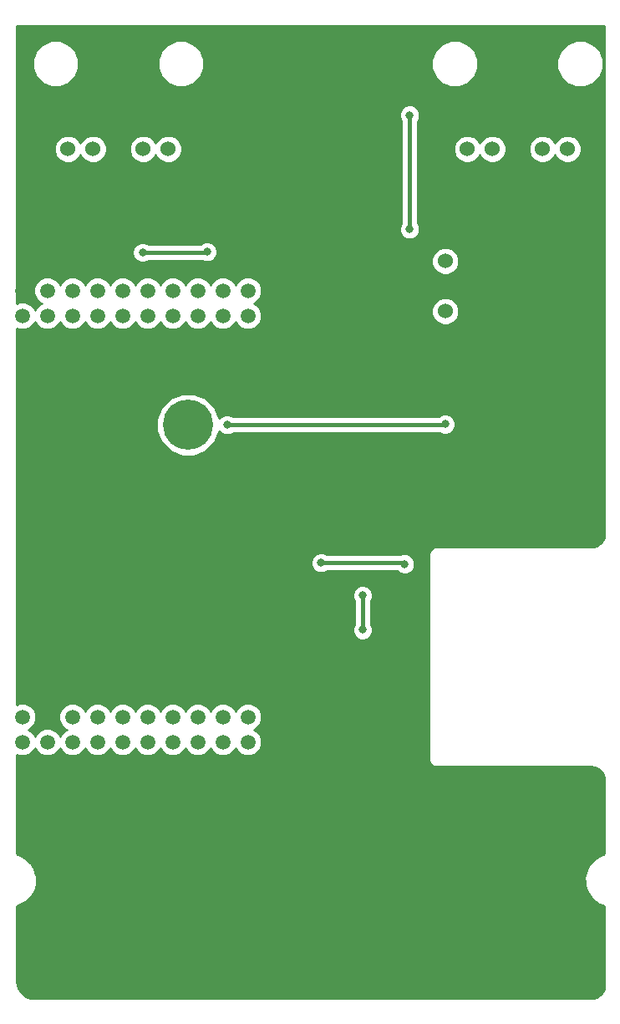
<source format=gbr>
G04 #@! TF.GenerationSoftware,KiCad,Pcbnew,(5.0.0)*
G04 #@! TF.CreationDate,2018-09-27T19:35:03-05:00*
G04 #@! TF.ProjectId,DriveBoard_Hardware,4472697665426F6172645F4861726477,rev?*
G04 #@! TF.SameCoordinates,Original*
G04 #@! TF.FileFunction,Copper,L2,Bot,Signal*
G04 #@! TF.FilePolarity,Positive*
%FSLAX46Y46*%
G04 Gerber Fmt 4.6, Leading zero omitted, Abs format (unit mm)*
G04 Created by KiCad (PCBNEW (5.0.0)) date 09/27/18 19:35:03*
%MOMM*%
%LPD*%
G01*
G04 APERTURE LIST*
G04 #@! TA.AperFunction,ComponentPad*
%ADD10C,5.080000*%
G04 #@! TD*
G04 #@! TA.AperFunction,ComponentPad*
%ADD11C,1.520000*%
G04 #@! TD*
G04 #@! TA.AperFunction,ComponentPad*
%ADD12C,1.524000*%
G04 #@! TD*
G04 #@! TA.AperFunction,ViaPad*
%ADD13C,0.800000*%
G04 #@! TD*
G04 #@! TA.AperFunction,Conductor*
%ADD14C,0.381000*%
G04 #@! TD*
G04 #@! TA.AperFunction,Conductor*
%ADD15C,0.250000*%
G04 #@! TD*
G04 #@! TA.AperFunction,Conductor*
%ADD16C,0.254000*%
G04 #@! TD*
G04 APERTURE END LIST*
D10*
G04 #@! TO.P,Conn1,1*
G04 #@! TO.N,GND*
X142519400Y-107951000D03*
G04 #@! TO.P,Conn1,2*
G04 #@! TO.N,/+12V*
X142519400Y-99950000D03*
G04 #@! TD*
D11*
G04 #@! TO.P,U1,+3V3*
G04 #@! TO.N,Net-(U1-Pad+3V3)*
X125730000Y-132080000D03*
G04 #@! TO.P,U1,PM6*
G04 #@! TO.N,Net-(U1-PadPM6)*
X148590000Y-86360000D03*
G04 #@! TO.P,U1,PQ1*
G04 #@! TO.N,Net-(U1-PadPQ1)*
X146050000Y-86360000D03*
G04 #@! TO.P,U1,PQ2*
G04 #@! TO.N,Net-(U1-PadPQ2)*
X138430000Y-86360000D03*
G04 #@! TO.P,U1,PK0*
G04 #@! TO.N,RX_2_IC*
X135890000Y-129540000D03*
G04 #@! TO.P,U1,PQ3*
G04 #@! TO.N,Net-(U1-PadPQ3)*
X140970000Y-86360000D03*
G04 #@! TO.P,U1,PP3*
G04 #@! TO.N,Net-(U1-PadPP3)*
X143510000Y-86360000D03*
G04 #@! TO.P,U1,PQ0*
G04 #@! TO.N,Net-(U1-PadPQ0)*
X140970000Y-132080000D03*
G04 #@! TO.P,U1,PA4*
G04 #@! TO.N,Net-(U1-PadPA4)*
X146050000Y-129540000D03*
G04 #@! TO.P,U1,Rese*
G04 #@! TO.N,Net-(U1-PadRese)*
X135890000Y-86360000D03*
G04 #@! TO.P,U1,PA7*
G04 #@! TO.N,Net-(U1-PadPA7)*
X133350000Y-86360000D03*
G04 #@! TO.P,U1,PN5*
G04 #@! TO.N,Net-(U1-PadPN5)*
X146050000Y-132080000D03*
G04 #@! TO.P,U1,PK2*
G04 #@! TO.N,Net-(U1-PadPK2)*
X140970000Y-129540000D03*
G04 #@! TO.P,U1,PK1*
G04 #@! TO.N,TX_2_IC*
X138430000Y-129540000D03*
G04 #@! TO.P,U1,+5V*
G04 #@! TO.N,+5V*
X125730000Y-129540000D03*
G04 #@! TO.P,U1,GND*
G04 #@! TO.N,GND*
X128270000Y-129540000D03*
G04 #@! TO.P,U1,PB4*
G04 #@! TO.N,Net-(U1-PadPB4)*
X130810000Y-129540000D03*
G04 #@! TO.P,U1,PB5*
G04 #@! TO.N,Net-(U1-PadPB5)*
X133350000Y-129540000D03*
G04 #@! TO.P,U1,PK3*
G04 #@! TO.N,Net-(U1-PadPK3)*
X143510000Y-129540000D03*
G04 #@! TO.P,U1,PA5*
G04 #@! TO.N,Net-(U1-PadPA5)*
X148590000Y-129540000D03*
G04 #@! TO.P,U1,PD2*
G04 #@! TO.N,Net-(U1-PadPD2)*
X128270000Y-132080000D03*
G04 #@! TO.P,U1,PP0*
G04 #@! TO.N,RX_1_IC*
X130810000Y-132080000D03*
G04 #@! TO.P,U1,PP1*
G04 #@! TO.N,TX_1_IC*
X133350000Y-132080000D03*
G04 #@! TO.P,U1,PD4*
G04 #@! TO.N,Net-(U1-PadPD4)*
X135890000Y-132080000D03*
G04 #@! TO.P,U1,PD5*
G04 #@! TO.N,Net-(U1-PadPD5)*
X138430000Y-132080000D03*
G04 #@! TO.P,U1,PP4*
G04 #@! TO.N,Net-(U1-PadPP4)*
X143510000Y-132080000D03*
G04 #@! TO.P,U1,PN4*
G04 #@! TO.N,Net-(U1-PadPN4)*
X148590000Y-132080000D03*
G04 #@! TO.P,U1,PG1*
G04 #@! TO.N,Net-(U1-PadPG1)*
X125730000Y-88900000D03*
G04 #@! TO.P,U1,PK4*
G04 #@! TO.N,Net-(U1-PadPK4)*
X128270000Y-88900000D03*
G04 #@! TO.P,U1,PK5*
G04 #@! TO.N,Net-(U1-PadPK5)*
X130810000Y-88900000D03*
G04 #@! TO.P,U1,PM0*
G04 #@! TO.N,Net-(U1-PadPM0)*
X133350000Y-88900000D03*
G04 #@! TO.P,U1,PM1*
G04 #@! TO.N,Net-(U1-PadPM1)*
X135890000Y-88900000D03*
G04 #@! TO.P,U1,PM2*
G04 #@! TO.N,Net-(U1-PadPM2)*
X138430000Y-88900000D03*
G04 #@! TO.P,U1,PH0*
G04 #@! TO.N,Net-(U1-PadPH0)*
X140970000Y-88900000D03*
G04 #@! TO.P,U1,PH1*
G04 #@! TO.N,Net-(U1-PadPH1)*
X143510000Y-88900000D03*
G04 #@! TO.P,U1,PK6*
G04 #@! TO.N,Net-(U1-PadPK6)*
X146050000Y-88900000D03*
G04 #@! TO.P,U1,PK7*
G04 #@! TO.N,Net-(U1-PadPK7)*
X148590000Y-88900000D03*
G04 #@! TO.P,U1,GND*
G04 #@! TO.N,GND*
X125730000Y-86360000D03*
G04 #@! TO.P,U1,PM7*
G04 #@! TO.N,Net-(U1-PadPM7)*
X128270000Y-86360000D03*
G04 #@! TO.P,U1,PP5*
G04 #@! TO.N,Net-(U1-PadPP5)*
X130810000Y-86360000D03*
G04 #@! TD*
D12*
G04 #@! TO.P,Conn2,1*
G04 #@! TO.N,Net-(Conn2-Pad1)*
X170815000Y-72009000D03*
G04 #@! TO.P,Conn2,2*
G04 #@! TO.N,Net-(Conn2-Pad2)*
X173355000Y-72009000D03*
G04 #@! TO.P,Conn2,3*
G04 #@! TO.N,GND*
X175895000Y-72009000D03*
G04 #@! TO.P,Conn2,4*
G04 #@! TO.N,TX_1_SL*
X178435000Y-72009000D03*
G04 #@! TO.P,Conn2,5*
G04 #@! TO.N,RX_1_SL*
X180975000Y-72009000D03*
G04 #@! TD*
G04 #@! TO.P,Conn3,1*
G04 #@! TO.N,Net-(Conn3-Pad1)*
X130365500Y-72009000D03*
G04 #@! TO.P,Conn3,2*
G04 #@! TO.N,Net-(Conn3-Pad2)*
X132905500Y-72009000D03*
G04 #@! TO.P,Conn3,3*
G04 #@! TO.N,GND*
X135445500Y-72009000D03*
G04 #@! TO.P,Conn3,4*
G04 #@! TO.N,TX_2_SL*
X137985500Y-72009000D03*
G04 #@! TO.P,Conn3,5*
G04 #@! TO.N,RX_2_SL*
X140525500Y-72009000D03*
G04 #@! TD*
G04 #@! TO.P,U3,1*
G04 #@! TO.N,/+12V*
X168592500Y-88455500D03*
G04 #@! TO.P,U3,2*
G04 #@! TO.N,GND*
X168592500Y-85915500D03*
G04 #@! TO.P,U3,3*
G04 #@! TO.N,+5V*
X168592500Y-83375500D03*
G04 #@! TD*
D13*
G04 #@! TO.N,GND*
X149860000Y-69850000D03*
X149860000Y-76200000D03*
X125730000Y-92710000D03*
X162560000Y-87630000D03*
G04 #@! TO.N,/+12V*
X146494500Y-99949000D03*
X168592500Y-99885500D03*
G04 #@! TO.N,+5V*
X164973000Y-80137000D03*
X164973000Y-68580000D03*
X156019500Y-113919000D03*
X164465000Y-114046000D03*
G04 #@! TO.N,TX_2_SL*
X137922000Y-82486500D03*
X144462500Y-82423000D03*
G04 #@! TO.N,TX_2_IC*
X160210500Y-117221000D03*
X160210500Y-120713500D03*
G04 #@! TD*
D14*
G04 #@! TO.N,/+12V*
X146494500Y-99949000D02*
X168529000Y-99949000D01*
X168529000Y-99949000D02*
X168592500Y-99885500D01*
G04 #@! TO.N,+5V*
X164973000Y-80137000D02*
X164973000Y-68580000D01*
D15*
X164274500Y-113919000D02*
X164401500Y-114046000D01*
X164401500Y-114046000D02*
X164465000Y-114046000D01*
D14*
X164338000Y-113919000D02*
X164465000Y-114046000D01*
X156019500Y-113919000D02*
X164338000Y-113919000D01*
G04 #@! TO.N,TX_2_SL*
X137922000Y-82486500D02*
X144399000Y-82486500D01*
X144399000Y-82486500D02*
X144462500Y-82423000D01*
G04 #@! TO.N,TX_2_IC*
X160210500Y-117221000D02*
X160210500Y-120713500D01*
G04 #@! TD*
D16*
G04 #@! TO.N,GND*
G36*
X184710001Y-110947412D02*
X184649910Y-111367009D01*
X184495619Y-111706352D01*
X184252288Y-111988752D01*
X183939479Y-112191506D01*
X183558815Y-112305348D01*
X183361649Y-112320000D01*
X167709925Y-112320000D01*
X167640000Y-112306091D01*
X167570074Y-112320000D01*
X167362972Y-112361195D01*
X167128119Y-112518119D01*
X166971195Y-112752972D01*
X166916091Y-113030000D01*
X166930000Y-113099926D01*
X166930001Y-133788069D01*
X166916091Y-133858000D01*
X166971195Y-134135028D01*
X167128119Y-134369881D01*
X167362972Y-134526805D01*
X167570074Y-134568000D01*
X167570075Y-134568000D01*
X167640000Y-134581909D01*
X167709926Y-134568000D01*
X183337419Y-134568000D01*
X183757009Y-134628090D01*
X184096352Y-134782381D01*
X184378752Y-135025712D01*
X184581506Y-135338523D01*
X184695348Y-135719184D01*
X184710000Y-135916350D01*
X184710001Y-143407281D01*
X184624491Y-143433423D01*
X184532033Y-143460460D01*
X184524159Y-143464098D01*
X184002644Y-143708948D01*
X183922075Y-143761872D01*
X183840927Y-143813768D01*
X183834390Y-143819470D01*
X183402558Y-144200851D01*
X183340096Y-144274244D01*
X183276760Y-144346847D01*
X183272087Y-144354154D01*
X182964654Y-144841407D01*
X182925298Y-144929387D01*
X182884889Y-145016840D01*
X182882457Y-145025160D01*
X182882454Y-145025166D01*
X182882453Y-145025173D01*
X182724134Y-145579118D01*
X182711056Y-145674586D01*
X182696813Y-145769890D01*
X182696813Y-145778564D01*
X182700333Y-146354687D01*
X182714588Y-146450068D01*
X182727654Y-146545455D01*
X182730088Y-146553781D01*
X182895164Y-147105758D01*
X182935591Y-147193250D01*
X182974930Y-147281194D01*
X182979603Y-147288501D01*
X183292966Y-147771961D01*
X183356328Y-147844594D01*
X183418763Y-147917955D01*
X183425296Y-147923654D01*
X183425300Y-147923658D01*
X183425305Y-147923661D01*
X183861759Y-148299734D01*
X183942942Y-148351653D01*
X184023475Y-148404554D01*
X184031346Y-148408190D01*
X184031349Y-148408192D01*
X184031352Y-148408193D01*
X184555817Y-148646653D01*
X184648309Y-148673700D01*
X184710000Y-148692561D01*
X184710001Y-156667412D01*
X184649910Y-157087009D01*
X184495619Y-157426352D01*
X184252288Y-157708752D01*
X183939479Y-157911506D01*
X183558815Y-158025348D01*
X183361649Y-158040000D01*
X127044667Y-158040000D01*
X126546301Y-157977042D01*
X126121111Y-157808697D01*
X125751141Y-157539899D01*
X125459645Y-157187541D01*
X125264933Y-156773756D01*
X125172907Y-156291339D01*
X125170000Y-156198836D01*
X125170000Y-148692719D01*
X125255509Y-148666577D01*
X125347967Y-148639540D01*
X125355841Y-148635902D01*
X125877356Y-148391052D01*
X125957925Y-148338128D01*
X126039073Y-148286232D01*
X126045610Y-148280530D01*
X126477442Y-147899149D01*
X126539887Y-147825776D01*
X126603240Y-147753153D01*
X126607913Y-147745846D01*
X126915346Y-147258593D01*
X126954687Y-147170645D01*
X126995111Y-147083160D01*
X126997545Y-147074835D01*
X127155866Y-146520882D01*
X127168943Y-146425421D01*
X127183187Y-146330111D01*
X127183187Y-146321436D01*
X127179667Y-145745313D01*
X127165414Y-145649943D01*
X127152346Y-145554544D01*
X127149912Y-145546219D01*
X126984836Y-144994241D01*
X126944418Y-144906769D01*
X126905071Y-144818806D01*
X126900397Y-144811499D01*
X126587034Y-144328040D01*
X126523707Y-144255447D01*
X126461237Y-144182045D01*
X126454700Y-144176343D01*
X126018241Y-143800266D01*
X125937058Y-143748347D01*
X125856525Y-143695446D01*
X125848654Y-143691810D01*
X125848651Y-143691808D01*
X125848648Y-143691807D01*
X125324183Y-143453347D01*
X125231691Y-143426300D01*
X125170000Y-143407439D01*
X125170000Y-133357978D01*
X125452517Y-133475000D01*
X126007483Y-133475000D01*
X126520204Y-133262624D01*
X126912624Y-132870204D01*
X127000000Y-132659260D01*
X127087376Y-132870204D01*
X127479796Y-133262624D01*
X127992517Y-133475000D01*
X128547483Y-133475000D01*
X129060204Y-133262624D01*
X129452624Y-132870204D01*
X129540000Y-132659260D01*
X129627376Y-132870204D01*
X130019796Y-133262624D01*
X130532517Y-133475000D01*
X131087483Y-133475000D01*
X131600204Y-133262624D01*
X131992624Y-132870204D01*
X132080000Y-132659260D01*
X132167376Y-132870204D01*
X132559796Y-133262624D01*
X133072517Y-133475000D01*
X133627483Y-133475000D01*
X134140204Y-133262624D01*
X134532624Y-132870204D01*
X134620000Y-132659260D01*
X134707376Y-132870204D01*
X135099796Y-133262624D01*
X135612517Y-133475000D01*
X136167483Y-133475000D01*
X136680204Y-133262624D01*
X137072624Y-132870204D01*
X137160000Y-132659260D01*
X137247376Y-132870204D01*
X137639796Y-133262624D01*
X138152517Y-133475000D01*
X138707483Y-133475000D01*
X139220204Y-133262624D01*
X139612624Y-132870204D01*
X139700000Y-132659260D01*
X139787376Y-132870204D01*
X140179796Y-133262624D01*
X140692517Y-133475000D01*
X141247483Y-133475000D01*
X141760204Y-133262624D01*
X142152624Y-132870204D01*
X142240000Y-132659260D01*
X142327376Y-132870204D01*
X142719796Y-133262624D01*
X143232517Y-133475000D01*
X143787483Y-133475000D01*
X144300204Y-133262624D01*
X144692624Y-132870204D01*
X144780000Y-132659260D01*
X144867376Y-132870204D01*
X145259796Y-133262624D01*
X145772517Y-133475000D01*
X146327483Y-133475000D01*
X146840204Y-133262624D01*
X147232624Y-132870204D01*
X147320000Y-132659260D01*
X147407376Y-132870204D01*
X147799796Y-133262624D01*
X148312517Y-133475000D01*
X148867483Y-133475000D01*
X149380204Y-133262624D01*
X149772624Y-132870204D01*
X149985000Y-132357483D01*
X149985000Y-131802517D01*
X149772624Y-131289796D01*
X149380204Y-130897376D01*
X149169260Y-130810000D01*
X149380204Y-130722624D01*
X149772624Y-130330204D01*
X149985000Y-129817483D01*
X149985000Y-129262517D01*
X149772624Y-128749796D01*
X149380204Y-128357376D01*
X148867483Y-128145000D01*
X148312517Y-128145000D01*
X147799796Y-128357376D01*
X147407376Y-128749796D01*
X147320000Y-128960740D01*
X147232624Y-128749796D01*
X146840204Y-128357376D01*
X146327483Y-128145000D01*
X145772517Y-128145000D01*
X145259796Y-128357376D01*
X144867376Y-128749796D01*
X144780000Y-128960740D01*
X144692624Y-128749796D01*
X144300204Y-128357376D01*
X143787483Y-128145000D01*
X143232517Y-128145000D01*
X142719796Y-128357376D01*
X142327376Y-128749796D01*
X142240000Y-128960740D01*
X142152624Y-128749796D01*
X141760204Y-128357376D01*
X141247483Y-128145000D01*
X140692517Y-128145000D01*
X140179796Y-128357376D01*
X139787376Y-128749796D01*
X139700000Y-128960740D01*
X139612624Y-128749796D01*
X139220204Y-128357376D01*
X138707483Y-128145000D01*
X138152517Y-128145000D01*
X137639796Y-128357376D01*
X137247376Y-128749796D01*
X137160000Y-128960740D01*
X137072624Y-128749796D01*
X136680204Y-128357376D01*
X136167483Y-128145000D01*
X135612517Y-128145000D01*
X135099796Y-128357376D01*
X134707376Y-128749796D01*
X134620000Y-128960740D01*
X134532624Y-128749796D01*
X134140204Y-128357376D01*
X133627483Y-128145000D01*
X133072517Y-128145000D01*
X132559796Y-128357376D01*
X132167376Y-128749796D01*
X132080000Y-128960740D01*
X131992624Y-128749796D01*
X131600204Y-128357376D01*
X131087483Y-128145000D01*
X130532517Y-128145000D01*
X130019796Y-128357376D01*
X129627376Y-128749796D01*
X129415000Y-129262517D01*
X129415000Y-129817483D01*
X129627376Y-130330204D01*
X130019796Y-130722624D01*
X130230740Y-130810000D01*
X130019796Y-130897376D01*
X129627376Y-131289796D01*
X129540000Y-131500740D01*
X129452624Y-131289796D01*
X129060204Y-130897376D01*
X128547483Y-130685000D01*
X127992517Y-130685000D01*
X127479796Y-130897376D01*
X127087376Y-131289796D01*
X127000000Y-131500740D01*
X126912624Y-131289796D01*
X126520204Y-130897376D01*
X126309260Y-130810000D01*
X126520204Y-130722624D01*
X126912624Y-130330204D01*
X127125000Y-129817483D01*
X127125000Y-129262517D01*
X126912624Y-128749796D01*
X126520204Y-128357376D01*
X126007483Y-128145000D01*
X125452517Y-128145000D01*
X125170000Y-128262022D01*
X125170000Y-117015126D01*
X159175500Y-117015126D01*
X159175500Y-117426874D01*
X159333069Y-117807280D01*
X159385000Y-117859211D01*
X159385001Y-120075288D01*
X159333069Y-120127220D01*
X159175500Y-120507626D01*
X159175500Y-120919374D01*
X159333069Y-121299780D01*
X159624220Y-121590931D01*
X160004626Y-121748500D01*
X160416374Y-121748500D01*
X160796780Y-121590931D01*
X161087931Y-121299780D01*
X161245500Y-120919374D01*
X161245500Y-120507626D01*
X161087931Y-120127220D01*
X161036000Y-120075289D01*
X161036000Y-117859211D01*
X161087931Y-117807280D01*
X161245500Y-117426874D01*
X161245500Y-117015126D01*
X161087931Y-116634720D01*
X160796780Y-116343569D01*
X160416374Y-116186000D01*
X160004626Y-116186000D01*
X159624220Y-116343569D01*
X159333069Y-116634720D01*
X159175500Y-117015126D01*
X125170000Y-117015126D01*
X125170000Y-113713126D01*
X154984500Y-113713126D01*
X154984500Y-114124874D01*
X155142069Y-114505280D01*
X155433220Y-114796431D01*
X155813626Y-114954000D01*
X156225374Y-114954000D01*
X156605780Y-114796431D01*
X156657711Y-114744500D01*
X163699789Y-114744500D01*
X163878720Y-114923431D01*
X164259126Y-115081000D01*
X164670874Y-115081000D01*
X165051280Y-114923431D01*
X165342431Y-114632280D01*
X165500000Y-114251874D01*
X165500000Y-113840126D01*
X165342431Y-113459720D01*
X165051280Y-113168569D01*
X164670874Y-113011000D01*
X164259126Y-113011000D01*
X164059953Y-113093500D01*
X156657711Y-113093500D01*
X156605780Y-113041569D01*
X156225374Y-112884000D01*
X155813626Y-112884000D01*
X155433220Y-113041569D01*
X155142069Y-113332720D01*
X154984500Y-113713126D01*
X125170000Y-113713126D01*
X125170000Y-99318453D01*
X139344400Y-99318453D01*
X139344400Y-100581547D01*
X139827765Y-101748493D01*
X140720907Y-102641635D01*
X141887853Y-103125000D01*
X143150947Y-103125000D01*
X144317893Y-102641635D01*
X145211035Y-101748493D01*
X145685302Y-100603513D01*
X145908220Y-100826431D01*
X146288626Y-100984000D01*
X146700374Y-100984000D01*
X147080780Y-100826431D01*
X147132711Y-100774500D01*
X168034150Y-100774500D01*
X168386626Y-100920500D01*
X168798374Y-100920500D01*
X169178780Y-100762931D01*
X169469931Y-100471780D01*
X169627500Y-100091374D01*
X169627500Y-99679626D01*
X169469931Y-99299220D01*
X169178780Y-99008069D01*
X168798374Y-98850500D01*
X168386626Y-98850500D01*
X168006220Y-99008069D01*
X167890789Y-99123500D01*
X147132711Y-99123500D01*
X147080780Y-99071569D01*
X146700374Y-98914000D01*
X146288626Y-98914000D01*
X145908220Y-99071569D01*
X145684716Y-99295073D01*
X145211035Y-98151507D01*
X144317893Y-97258365D01*
X143150947Y-96775000D01*
X141887853Y-96775000D01*
X140720907Y-97258365D01*
X139827765Y-98151507D01*
X139344400Y-99318453D01*
X125170000Y-99318453D01*
X125170000Y-90177978D01*
X125452517Y-90295000D01*
X126007483Y-90295000D01*
X126520204Y-90082624D01*
X126912624Y-89690204D01*
X127000000Y-89479260D01*
X127087376Y-89690204D01*
X127479796Y-90082624D01*
X127992517Y-90295000D01*
X128547483Y-90295000D01*
X129060204Y-90082624D01*
X129452624Y-89690204D01*
X129540000Y-89479260D01*
X129627376Y-89690204D01*
X130019796Y-90082624D01*
X130532517Y-90295000D01*
X131087483Y-90295000D01*
X131600204Y-90082624D01*
X131992624Y-89690204D01*
X132080000Y-89479260D01*
X132167376Y-89690204D01*
X132559796Y-90082624D01*
X133072517Y-90295000D01*
X133627483Y-90295000D01*
X134140204Y-90082624D01*
X134532624Y-89690204D01*
X134620000Y-89479260D01*
X134707376Y-89690204D01*
X135099796Y-90082624D01*
X135612517Y-90295000D01*
X136167483Y-90295000D01*
X136680204Y-90082624D01*
X137072624Y-89690204D01*
X137160000Y-89479260D01*
X137247376Y-89690204D01*
X137639796Y-90082624D01*
X138152517Y-90295000D01*
X138707483Y-90295000D01*
X139220204Y-90082624D01*
X139612624Y-89690204D01*
X139700000Y-89479260D01*
X139787376Y-89690204D01*
X140179796Y-90082624D01*
X140692517Y-90295000D01*
X141247483Y-90295000D01*
X141760204Y-90082624D01*
X142152624Y-89690204D01*
X142240000Y-89479260D01*
X142327376Y-89690204D01*
X142719796Y-90082624D01*
X143232517Y-90295000D01*
X143787483Y-90295000D01*
X144300204Y-90082624D01*
X144692624Y-89690204D01*
X144780000Y-89479260D01*
X144867376Y-89690204D01*
X145259796Y-90082624D01*
X145772517Y-90295000D01*
X146327483Y-90295000D01*
X146840204Y-90082624D01*
X147232624Y-89690204D01*
X147320000Y-89479260D01*
X147407376Y-89690204D01*
X147799796Y-90082624D01*
X148312517Y-90295000D01*
X148867483Y-90295000D01*
X149380204Y-90082624D01*
X149772624Y-89690204D01*
X149985000Y-89177483D01*
X149985000Y-88622517D01*
X149800718Y-88177619D01*
X167195500Y-88177619D01*
X167195500Y-88733381D01*
X167408180Y-89246837D01*
X167801163Y-89639820D01*
X168314619Y-89852500D01*
X168870381Y-89852500D01*
X169383837Y-89639820D01*
X169776820Y-89246837D01*
X169989500Y-88733381D01*
X169989500Y-88177619D01*
X169776820Y-87664163D01*
X169383837Y-87271180D01*
X168870381Y-87058500D01*
X168314619Y-87058500D01*
X167801163Y-87271180D01*
X167408180Y-87664163D01*
X167195500Y-88177619D01*
X149800718Y-88177619D01*
X149772624Y-88109796D01*
X149380204Y-87717376D01*
X149169260Y-87630000D01*
X149380204Y-87542624D01*
X149772624Y-87150204D01*
X149985000Y-86637483D01*
X149985000Y-86082517D01*
X149772624Y-85569796D01*
X149380204Y-85177376D01*
X148867483Y-84965000D01*
X148312517Y-84965000D01*
X147799796Y-85177376D01*
X147407376Y-85569796D01*
X147320000Y-85780740D01*
X147232624Y-85569796D01*
X146840204Y-85177376D01*
X146327483Y-84965000D01*
X145772517Y-84965000D01*
X145259796Y-85177376D01*
X144867376Y-85569796D01*
X144780000Y-85780740D01*
X144692624Y-85569796D01*
X144300204Y-85177376D01*
X143787483Y-84965000D01*
X143232517Y-84965000D01*
X142719796Y-85177376D01*
X142327376Y-85569796D01*
X142240000Y-85780740D01*
X142152624Y-85569796D01*
X141760204Y-85177376D01*
X141247483Y-84965000D01*
X140692517Y-84965000D01*
X140179796Y-85177376D01*
X139787376Y-85569796D01*
X139700000Y-85780740D01*
X139612624Y-85569796D01*
X139220204Y-85177376D01*
X138707483Y-84965000D01*
X138152517Y-84965000D01*
X137639796Y-85177376D01*
X137247376Y-85569796D01*
X137160000Y-85780740D01*
X137072624Y-85569796D01*
X136680204Y-85177376D01*
X136167483Y-84965000D01*
X135612517Y-84965000D01*
X135099796Y-85177376D01*
X134707376Y-85569796D01*
X134620000Y-85780740D01*
X134532624Y-85569796D01*
X134140204Y-85177376D01*
X133627483Y-84965000D01*
X133072517Y-84965000D01*
X132559796Y-85177376D01*
X132167376Y-85569796D01*
X132080000Y-85780740D01*
X131992624Y-85569796D01*
X131600204Y-85177376D01*
X131087483Y-84965000D01*
X130532517Y-84965000D01*
X130019796Y-85177376D01*
X129627376Y-85569796D01*
X129540000Y-85780740D01*
X129452624Y-85569796D01*
X129060204Y-85177376D01*
X128547483Y-84965000D01*
X127992517Y-84965000D01*
X127479796Y-85177376D01*
X127087376Y-85569796D01*
X126875000Y-86082517D01*
X126875000Y-86637483D01*
X127087376Y-87150204D01*
X127479796Y-87542624D01*
X127690740Y-87630000D01*
X127479796Y-87717376D01*
X127087376Y-88109796D01*
X127000000Y-88320740D01*
X126912624Y-88109796D01*
X126520204Y-87717376D01*
X126007483Y-87505000D01*
X125452517Y-87505000D01*
X125170000Y-87622022D01*
X125170000Y-82280626D01*
X136887000Y-82280626D01*
X136887000Y-82692374D01*
X137044569Y-83072780D01*
X137335720Y-83363931D01*
X137716126Y-83521500D01*
X138127874Y-83521500D01*
X138508280Y-83363931D01*
X138560211Y-83312000D01*
X143904150Y-83312000D01*
X144256626Y-83458000D01*
X144668374Y-83458000D01*
X145048780Y-83300431D01*
X145251592Y-83097619D01*
X167195500Y-83097619D01*
X167195500Y-83653381D01*
X167408180Y-84166837D01*
X167801163Y-84559820D01*
X168314619Y-84772500D01*
X168870381Y-84772500D01*
X169383837Y-84559820D01*
X169776820Y-84166837D01*
X169989500Y-83653381D01*
X169989500Y-83097619D01*
X169776820Y-82584163D01*
X169383837Y-82191180D01*
X168870381Y-81978500D01*
X168314619Y-81978500D01*
X167801163Y-82191180D01*
X167408180Y-82584163D01*
X167195500Y-83097619D01*
X145251592Y-83097619D01*
X145339931Y-83009280D01*
X145497500Y-82628874D01*
X145497500Y-82217126D01*
X145339931Y-81836720D01*
X145048780Y-81545569D01*
X144668374Y-81388000D01*
X144256626Y-81388000D01*
X143876220Y-81545569D01*
X143760789Y-81661000D01*
X138560211Y-81661000D01*
X138508280Y-81609069D01*
X138127874Y-81451500D01*
X137716126Y-81451500D01*
X137335720Y-81609069D01*
X137044569Y-81900220D01*
X136887000Y-82280626D01*
X125170000Y-82280626D01*
X125170000Y-71731119D01*
X128968500Y-71731119D01*
X128968500Y-72286881D01*
X129181180Y-72800337D01*
X129574163Y-73193320D01*
X130087619Y-73406000D01*
X130643381Y-73406000D01*
X131156837Y-73193320D01*
X131549820Y-72800337D01*
X131635500Y-72593487D01*
X131721180Y-72800337D01*
X132114163Y-73193320D01*
X132627619Y-73406000D01*
X133183381Y-73406000D01*
X133696837Y-73193320D01*
X134089820Y-72800337D01*
X134302500Y-72286881D01*
X134302500Y-71731119D01*
X136588500Y-71731119D01*
X136588500Y-72286881D01*
X136801180Y-72800337D01*
X137194163Y-73193320D01*
X137707619Y-73406000D01*
X138263381Y-73406000D01*
X138776837Y-73193320D01*
X139169820Y-72800337D01*
X139255500Y-72593487D01*
X139341180Y-72800337D01*
X139734163Y-73193320D01*
X140247619Y-73406000D01*
X140803381Y-73406000D01*
X141316837Y-73193320D01*
X141709820Y-72800337D01*
X141922500Y-72286881D01*
X141922500Y-71731119D01*
X141709820Y-71217663D01*
X141316837Y-70824680D01*
X140803381Y-70612000D01*
X140247619Y-70612000D01*
X139734163Y-70824680D01*
X139341180Y-71217663D01*
X139255500Y-71424513D01*
X139169820Y-71217663D01*
X138776837Y-70824680D01*
X138263381Y-70612000D01*
X137707619Y-70612000D01*
X137194163Y-70824680D01*
X136801180Y-71217663D01*
X136588500Y-71731119D01*
X134302500Y-71731119D01*
X134089820Y-71217663D01*
X133696837Y-70824680D01*
X133183381Y-70612000D01*
X132627619Y-70612000D01*
X132114163Y-70824680D01*
X131721180Y-71217663D01*
X131635500Y-71424513D01*
X131549820Y-71217663D01*
X131156837Y-70824680D01*
X130643381Y-70612000D01*
X130087619Y-70612000D01*
X129574163Y-70824680D01*
X129181180Y-71217663D01*
X128968500Y-71731119D01*
X125170000Y-71731119D01*
X125170000Y-68374126D01*
X163938000Y-68374126D01*
X163938000Y-68785874D01*
X164095569Y-69166280D01*
X164147501Y-69218212D01*
X164147500Y-79498789D01*
X164095569Y-79550720D01*
X163938000Y-79931126D01*
X163938000Y-80342874D01*
X164095569Y-80723280D01*
X164386720Y-81014431D01*
X164767126Y-81172000D01*
X165178874Y-81172000D01*
X165559280Y-81014431D01*
X165850431Y-80723280D01*
X166008000Y-80342874D01*
X166008000Y-79931126D01*
X165850431Y-79550720D01*
X165798500Y-79498789D01*
X165798500Y-71731119D01*
X169418000Y-71731119D01*
X169418000Y-72286881D01*
X169630680Y-72800337D01*
X170023663Y-73193320D01*
X170537119Y-73406000D01*
X171092881Y-73406000D01*
X171606337Y-73193320D01*
X171999320Y-72800337D01*
X172085000Y-72593487D01*
X172170680Y-72800337D01*
X172563663Y-73193320D01*
X173077119Y-73406000D01*
X173632881Y-73406000D01*
X174146337Y-73193320D01*
X174539320Y-72800337D01*
X174752000Y-72286881D01*
X174752000Y-71731119D01*
X177038000Y-71731119D01*
X177038000Y-72286881D01*
X177250680Y-72800337D01*
X177643663Y-73193320D01*
X178157119Y-73406000D01*
X178712881Y-73406000D01*
X179226337Y-73193320D01*
X179619320Y-72800337D01*
X179705000Y-72593487D01*
X179790680Y-72800337D01*
X180183663Y-73193320D01*
X180697119Y-73406000D01*
X181252881Y-73406000D01*
X181766337Y-73193320D01*
X182159320Y-72800337D01*
X182372000Y-72286881D01*
X182372000Y-71731119D01*
X182159320Y-71217663D01*
X181766337Y-70824680D01*
X181252881Y-70612000D01*
X180697119Y-70612000D01*
X180183663Y-70824680D01*
X179790680Y-71217663D01*
X179705000Y-71424513D01*
X179619320Y-71217663D01*
X179226337Y-70824680D01*
X178712881Y-70612000D01*
X178157119Y-70612000D01*
X177643663Y-70824680D01*
X177250680Y-71217663D01*
X177038000Y-71731119D01*
X174752000Y-71731119D01*
X174539320Y-71217663D01*
X174146337Y-70824680D01*
X173632881Y-70612000D01*
X173077119Y-70612000D01*
X172563663Y-70824680D01*
X172170680Y-71217663D01*
X172085000Y-71424513D01*
X171999320Y-71217663D01*
X171606337Y-70824680D01*
X171092881Y-70612000D01*
X170537119Y-70612000D01*
X170023663Y-70824680D01*
X169630680Y-71217663D01*
X169418000Y-71731119D01*
X165798500Y-71731119D01*
X165798500Y-69218211D01*
X165850431Y-69166280D01*
X166008000Y-68785874D01*
X166008000Y-68374126D01*
X165850431Y-67993720D01*
X165559280Y-67702569D01*
X165178874Y-67545000D01*
X164767126Y-67545000D01*
X164386720Y-67702569D01*
X164095569Y-67993720D01*
X163938000Y-68374126D01*
X125170000Y-68374126D01*
X125170000Y-62903567D01*
X126735500Y-62903567D01*
X126735500Y-63842433D01*
X127094789Y-64709833D01*
X127758667Y-65373711D01*
X128626067Y-65733000D01*
X129564933Y-65733000D01*
X130432333Y-65373711D01*
X131096211Y-64709833D01*
X131455500Y-63842433D01*
X131455500Y-62903567D01*
X139435500Y-62903567D01*
X139435500Y-63842433D01*
X139794789Y-64709833D01*
X140458667Y-65373711D01*
X141326067Y-65733000D01*
X142264933Y-65733000D01*
X143132333Y-65373711D01*
X143796211Y-64709833D01*
X144155500Y-63842433D01*
X144155500Y-62903567D01*
X167185000Y-62903567D01*
X167185000Y-63842433D01*
X167544289Y-64709833D01*
X168208167Y-65373711D01*
X169075567Y-65733000D01*
X170014433Y-65733000D01*
X170881833Y-65373711D01*
X171545711Y-64709833D01*
X171905000Y-63842433D01*
X171905000Y-62903567D01*
X179885000Y-62903567D01*
X179885000Y-63842433D01*
X180244289Y-64709833D01*
X180908167Y-65373711D01*
X181775567Y-65733000D01*
X182714433Y-65733000D01*
X183581833Y-65373711D01*
X184245711Y-64709833D01*
X184605000Y-63842433D01*
X184605000Y-62903567D01*
X184245711Y-62036167D01*
X183581833Y-61372289D01*
X182714433Y-61013000D01*
X181775567Y-61013000D01*
X180908167Y-61372289D01*
X180244289Y-62036167D01*
X179885000Y-62903567D01*
X171905000Y-62903567D01*
X171545711Y-62036167D01*
X170881833Y-61372289D01*
X170014433Y-61013000D01*
X169075567Y-61013000D01*
X168208167Y-61372289D01*
X167544289Y-62036167D01*
X167185000Y-62903567D01*
X144155500Y-62903567D01*
X143796211Y-62036167D01*
X143132333Y-61372289D01*
X142264933Y-61013000D01*
X141326067Y-61013000D01*
X140458667Y-61372289D01*
X139794789Y-62036167D01*
X139435500Y-62903567D01*
X131455500Y-62903567D01*
X131096211Y-62036167D01*
X130432333Y-61372289D01*
X129564933Y-61013000D01*
X128626067Y-61013000D01*
X127758667Y-61372289D01*
X127094789Y-62036167D01*
X126735500Y-62903567D01*
X125170000Y-62903567D01*
X125170000Y-59511000D01*
X184710000Y-59511000D01*
X184710001Y-110947412D01*
X184710001Y-110947412D01*
G37*
X184710001Y-110947412D02*
X184649910Y-111367009D01*
X184495619Y-111706352D01*
X184252288Y-111988752D01*
X183939479Y-112191506D01*
X183558815Y-112305348D01*
X183361649Y-112320000D01*
X167709925Y-112320000D01*
X167640000Y-112306091D01*
X167570074Y-112320000D01*
X167362972Y-112361195D01*
X167128119Y-112518119D01*
X166971195Y-112752972D01*
X166916091Y-113030000D01*
X166930000Y-113099926D01*
X166930001Y-133788069D01*
X166916091Y-133858000D01*
X166971195Y-134135028D01*
X167128119Y-134369881D01*
X167362972Y-134526805D01*
X167570074Y-134568000D01*
X167570075Y-134568000D01*
X167640000Y-134581909D01*
X167709926Y-134568000D01*
X183337419Y-134568000D01*
X183757009Y-134628090D01*
X184096352Y-134782381D01*
X184378752Y-135025712D01*
X184581506Y-135338523D01*
X184695348Y-135719184D01*
X184710000Y-135916350D01*
X184710001Y-143407281D01*
X184624491Y-143433423D01*
X184532033Y-143460460D01*
X184524159Y-143464098D01*
X184002644Y-143708948D01*
X183922075Y-143761872D01*
X183840927Y-143813768D01*
X183834390Y-143819470D01*
X183402558Y-144200851D01*
X183340096Y-144274244D01*
X183276760Y-144346847D01*
X183272087Y-144354154D01*
X182964654Y-144841407D01*
X182925298Y-144929387D01*
X182884889Y-145016840D01*
X182882457Y-145025160D01*
X182882454Y-145025166D01*
X182882453Y-145025173D01*
X182724134Y-145579118D01*
X182711056Y-145674586D01*
X182696813Y-145769890D01*
X182696813Y-145778564D01*
X182700333Y-146354687D01*
X182714588Y-146450068D01*
X182727654Y-146545455D01*
X182730088Y-146553781D01*
X182895164Y-147105758D01*
X182935591Y-147193250D01*
X182974930Y-147281194D01*
X182979603Y-147288501D01*
X183292966Y-147771961D01*
X183356328Y-147844594D01*
X183418763Y-147917955D01*
X183425296Y-147923654D01*
X183425300Y-147923658D01*
X183425305Y-147923661D01*
X183861759Y-148299734D01*
X183942942Y-148351653D01*
X184023475Y-148404554D01*
X184031346Y-148408190D01*
X184031349Y-148408192D01*
X184031352Y-148408193D01*
X184555817Y-148646653D01*
X184648309Y-148673700D01*
X184710000Y-148692561D01*
X184710001Y-156667412D01*
X184649910Y-157087009D01*
X184495619Y-157426352D01*
X184252288Y-157708752D01*
X183939479Y-157911506D01*
X183558815Y-158025348D01*
X183361649Y-158040000D01*
X127044667Y-158040000D01*
X126546301Y-157977042D01*
X126121111Y-157808697D01*
X125751141Y-157539899D01*
X125459645Y-157187541D01*
X125264933Y-156773756D01*
X125172907Y-156291339D01*
X125170000Y-156198836D01*
X125170000Y-148692719D01*
X125255509Y-148666577D01*
X125347967Y-148639540D01*
X125355841Y-148635902D01*
X125877356Y-148391052D01*
X125957925Y-148338128D01*
X126039073Y-148286232D01*
X126045610Y-148280530D01*
X126477442Y-147899149D01*
X126539887Y-147825776D01*
X126603240Y-147753153D01*
X126607913Y-147745846D01*
X126915346Y-147258593D01*
X126954687Y-147170645D01*
X126995111Y-147083160D01*
X126997545Y-147074835D01*
X127155866Y-146520882D01*
X127168943Y-146425421D01*
X127183187Y-146330111D01*
X127183187Y-146321436D01*
X127179667Y-145745313D01*
X127165414Y-145649943D01*
X127152346Y-145554544D01*
X127149912Y-145546219D01*
X126984836Y-144994241D01*
X126944418Y-144906769D01*
X126905071Y-144818806D01*
X126900397Y-144811499D01*
X126587034Y-144328040D01*
X126523707Y-144255447D01*
X126461237Y-144182045D01*
X126454700Y-144176343D01*
X126018241Y-143800266D01*
X125937058Y-143748347D01*
X125856525Y-143695446D01*
X125848654Y-143691810D01*
X125848651Y-143691808D01*
X125848648Y-143691807D01*
X125324183Y-143453347D01*
X125231691Y-143426300D01*
X125170000Y-143407439D01*
X125170000Y-133357978D01*
X125452517Y-133475000D01*
X126007483Y-133475000D01*
X126520204Y-133262624D01*
X126912624Y-132870204D01*
X127000000Y-132659260D01*
X127087376Y-132870204D01*
X127479796Y-133262624D01*
X127992517Y-133475000D01*
X128547483Y-133475000D01*
X129060204Y-133262624D01*
X129452624Y-132870204D01*
X129540000Y-132659260D01*
X129627376Y-132870204D01*
X130019796Y-133262624D01*
X130532517Y-133475000D01*
X131087483Y-133475000D01*
X131600204Y-133262624D01*
X131992624Y-132870204D01*
X132080000Y-132659260D01*
X132167376Y-132870204D01*
X132559796Y-133262624D01*
X133072517Y-133475000D01*
X133627483Y-133475000D01*
X134140204Y-133262624D01*
X134532624Y-132870204D01*
X134620000Y-132659260D01*
X134707376Y-132870204D01*
X135099796Y-133262624D01*
X135612517Y-133475000D01*
X136167483Y-133475000D01*
X136680204Y-133262624D01*
X137072624Y-132870204D01*
X137160000Y-132659260D01*
X137247376Y-132870204D01*
X137639796Y-133262624D01*
X138152517Y-133475000D01*
X138707483Y-133475000D01*
X139220204Y-133262624D01*
X139612624Y-132870204D01*
X139700000Y-132659260D01*
X139787376Y-132870204D01*
X140179796Y-133262624D01*
X140692517Y-133475000D01*
X141247483Y-133475000D01*
X141760204Y-133262624D01*
X142152624Y-132870204D01*
X142240000Y-132659260D01*
X142327376Y-132870204D01*
X142719796Y-133262624D01*
X143232517Y-133475000D01*
X143787483Y-133475000D01*
X144300204Y-133262624D01*
X144692624Y-132870204D01*
X144780000Y-132659260D01*
X144867376Y-132870204D01*
X145259796Y-133262624D01*
X145772517Y-133475000D01*
X146327483Y-133475000D01*
X146840204Y-133262624D01*
X147232624Y-132870204D01*
X147320000Y-132659260D01*
X147407376Y-132870204D01*
X147799796Y-133262624D01*
X148312517Y-133475000D01*
X148867483Y-133475000D01*
X149380204Y-133262624D01*
X149772624Y-132870204D01*
X149985000Y-132357483D01*
X149985000Y-131802517D01*
X149772624Y-131289796D01*
X149380204Y-130897376D01*
X149169260Y-130810000D01*
X149380204Y-130722624D01*
X149772624Y-130330204D01*
X149985000Y-129817483D01*
X149985000Y-129262517D01*
X149772624Y-128749796D01*
X149380204Y-128357376D01*
X148867483Y-128145000D01*
X148312517Y-128145000D01*
X147799796Y-128357376D01*
X147407376Y-128749796D01*
X147320000Y-128960740D01*
X147232624Y-128749796D01*
X146840204Y-128357376D01*
X146327483Y-128145000D01*
X145772517Y-128145000D01*
X145259796Y-128357376D01*
X144867376Y-128749796D01*
X144780000Y-128960740D01*
X144692624Y-128749796D01*
X144300204Y-128357376D01*
X143787483Y-128145000D01*
X143232517Y-128145000D01*
X142719796Y-128357376D01*
X142327376Y-128749796D01*
X142240000Y-128960740D01*
X142152624Y-128749796D01*
X141760204Y-128357376D01*
X141247483Y-128145000D01*
X140692517Y-128145000D01*
X140179796Y-128357376D01*
X139787376Y-128749796D01*
X139700000Y-128960740D01*
X139612624Y-128749796D01*
X139220204Y-128357376D01*
X138707483Y-128145000D01*
X138152517Y-128145000D01*
X137639796Y-128357376D01*
X137247376Y-128749796D01*
X137160000Y-128960740D01*
X137072624Y-128749796D01*
X136680204Y-128357376D01*
X136167483Y-128145000D01*
X135612517Y-128145000D01*
X135099796Y-128357376D01*
X134707376Y-128749796D01*
X134620000Y-128960740D01*
X134532624Y-128749796D01*
X134140204Y-128357376D01*
X133627483Y-128145000D01*
X133072517Y-128145000D01*
X132559796Y-128357376D01*
X132167376Y-128749796D01*
X132080000Y-128960740D01*
X131992624Y-128749796D01*
X131600204Y-128357376D01*
X131087483Y-128145000D01*
X130532517Y-128145000D01*
X130019796Y-128357376D01*
X129627376Y-128749796D01*
X129415000Y-129262517D01*
X129415000Y-129817483D01*
X129627376Y-130330204D01*
X130019796Y-130722624D01*
X130230740Y-130810000D01*
X130019796Y-130897376D01*
X129627376Y-131289796D01*
X129540000Y-131500740D01*
X129452624Y-131289796D01*
X129060204Y-130897376D01*
X128547483Y-130685000D01*
X127992517Y-130685000D01*
X127479796Y-130897376D01*
X127087376Y-131289796D01*
X127000000Y-131500740D01*
X126912624Y-131289796D01*
X126520204Y-130897376D01*
X126309260Y-130810000D01*
X126520204Y-130722624D01*
X126912624Y-130330204D01*
X127125000Y-129817483D01*
X127125000Y-129262517D01*
X126912624Y-128749796D01*
X126520204Y-128357376D01*
X126007483Y-128145000D01*
X125452517Y-128145000D01*
X125170000Y-128262022D01*
X125170000Y-117015126D01*
X159175500Y-117015126D01*
X159175500Y-117426874D01*
X159333069Y-117807280D01*
X159385000Y-117859211D01*
X159385001Y-120075288D01*
X159333069Y-120127220D01*
X159175500Y-120507626D01*
X159175500Y-120919374D01*
X159333069Y-121299780D01*
X159624220Y-121590931D01*
X160004626Y-121748500D01*
X160416374Y-121748500D01*
X160796780Y-121590931D01*
X161087931Y-121299780D01*
X161245500Y-120919374D01*
X161245500Y-120507626D01*
X161087931Y-120127220D01*
X161036000Y-120075289D01*
X161036000Y-117859211D01*
X161087931Y-117807280D01*
X161245500Y-117426874D01*
X161245500Y-117015126D01*
X161087931Y-116634720D01*
X160796780Y-116343569D01*
X160416374Y-116186000D01*
X160004626Y-116186000D01*
X159624220Y-116343569D01*
X159333069Y-116634720D01*
X159175500Y-117015126D01*
X125170000Y-117015126D01*
X125170000Y-113713126D01*
X154984500Y-113713126D01*
X154984500Y-114124874D01*
X155142069Y-114505280D01*
X155433220Y-114796431D01*
X155813626Y-114954000D01*
X156225374Y-114954000D01*
X156605780Y-114796431D01*
X156657711Y-114744500D01*
X163699789Y-114744500D01*
X163878720Y-114923431D01*
X164259126Y-115081000D01*
X164670874Y-115081000D01*
X165051280Y-114923431D01*
X165342431Y-114632280D01*
X165500000Y-114251874D01*
X165500000Y-113840126D01*
X165342431Y-113459720D01*
X165051280Y-113168569D01*
X164670874Y-113011000D01*
X164259126Y-113011000D01*
X164059953Y-113093500D01*
X156657711Y-113093500D01*
X156605780Y-113041569D01*
X156225374Y-112884000D01*
X155813626Y-112884000D01*
X155433220Y-113041569D01*
X155142069Y-113332720D01*
X154984500Y-113713126D01*
X125170000Y-113713126D01*
X125170000Y-99318453D01*
X139344400Y-99318453D01*
X139344400Y-100581547D01*
X139827765Y-101748493D01*
X140720907Y-102641635D01*
X141887853Y-103125000D01*
X143150947Y-103125000D01*
X144317893Y-102641635D01*
X145211035Y-101748493D01*
X145685302Y-100603513D01*
X145908220Y-100826431D01*
X146288626Y-100984000D01*
X146700374Y-100984000D01*
X147080780Y-100826431D01*
X147132711Y-100774500D01*
X168034150Y-100774500D01*
X168386626Y-100920500D01*
X168798374Y-100920500D01*
X169178780Y-100762931D01*
X169469931Y-100471780D01*
X169627500Y-100091374D01*
X169627500Y-99679626D01*
X169469931Y-99299220D01*
X169178780Y-99008069D01*
X168798374Y-98850500D01*
X168386626Y-98850500D01*
X168006220Y-99008069D01*
X167890789Y-99123500D01*
X147132711Y-99123500D01*
X147080780Y-99071569D01*
X146700374Y-98914000D01*
X146288626Y-98914000D01*
X145908220Y-99071569D01*
X145684716Y-99295073D01*
X145211035Y-98151507D01*
X144317893Y-97258365D01*
X143150947Y-96775000D01*
X141887853Y-96775000D01*
X140720907Y-97258365D01*
X139827765Y-98151507D01*
X139344400Y-99318453D01*
X125170000Y-99318453D01*
X125170000Y-90177978D01*
X125452517Y-90295000D01*
X126007483Y-90295000D01*
X126520204Y-90082624D01*
X126912624Y-89690204D01*
X127000000Y-89479260D01*
X127087376Y-89690204D01*
X127479796Y-90082624D01*
X127992517Y-90295000D01*
X128547483Y-90295000D01*
X129060204Y-90082624D01*
X129452624Y-89690204D01*
X129540000Y-89479260D01*
X129627376Y-89690204D01*
X130019796Y-90082624D01*
X130532517Y-90295000D01*
X131087483Y-90295000D01*
X131600204Y-90082624D01*
X131992624Y-89690204D01*
X132080000Y-89479260D01*
X132167376Y-89690204D01*
X132559796Y-90082624D01*
X133072517Y-90295000D01*
X133627483Y-90295000D01*
X134140204Y-90082624D01*
X134532624Y-89690204D01*
X134620000Y-89479260D01*
X134707376Y-89690204D01*
X135099796Y-90082624D01*
X135612517Y-90295000D01*
X136167483Y-90295000D01*
X136680204Y-90082624D01*
X137072624Y-89690204D01*
X137160000Y-89479260D01*
X137247376Y-89690204D01*
X137639796Y-90082624D01*
X138152517Y-90295000D01*
X138707483Y-90295000D01*
X139220204Y-90082624D01*
X139612624Y-89690204D01*
X139700000Y-89479260D01*
X139787376Y-89690204D01*
X140179796Y-90082624D01*
X140692517Y-90295000D01*
X141247483Y-90295000D01*
X141760204Y-90082624D01*
X142152624Y-89690204D01*
X142240000Y-89479260D01*
X142327376Y-89690204D01*
X142719796Y-90082624D01*
X143232517Y-90295000D01*
X143787483Y-90295000D01*
X144300204Y-90082624D01*
X144692624Y-89690204D01*
X144780000Y-89479260D01*
X144867376Y-89690204D01*
X145259796Y-90082624D01*
X145772517Y-90295000D01*
X146327483Y-90295000D01*
X146840204Y-90082624D01*
X147232624Y-89690204D01*
X147320000Y-89479260D01*
X147407376Y-89690204D01*
X147799796Y-90082624D01*
X148312517Y-90295000D01*
X148867483Y-90295000D01*
X149380204Y-90082624D01*
X149772624Y-89690204D01*
X149985000Y-89177483D01*
X149985000Y-88622517D01*
X149800718Y-88177619D01*
X167195500Y-88177619D01*
X167195500Y-88733381D01*
X167408180Y-89246837D01*
X167801163Y-89639820D01*
X168314619Y-89852500D01*
X168870381Y-89852500D01*
X169383837Y-89639820D01*
X169776820Y-89246837D01*
X169989500Y-88733381D01*
X169989500Y-88177619D01*
X169776820Y-87664163D01*
X169383837Y-87271180D01*
X168870381Y-87058500D01*
X168314619Y-87058500D01*
X167801163Y-87271180D01*
X167408180Y-87664163D01*
X167195500Y-88177619D01*
X149800718Y-88177619D01*
X149772624Y-88109796D01*
X149380204Y-87717376D01*
X149169260Y-87630000D01*
X149380204Y-87542624D01*
X149772624Y-87150204D01*
X149985000Y-86637483D01*
X149985000Y-86082517D01*
X149772624Y-85569796D01*
X149380204Y-85177376D01*
X148867483Y-84965000D01*
X148312517Y-84965000D01*
X147799796Y-85177376D01*
X147407376Y-85569796D01*
X147320000Y-85780740D01*
X147232624Y-85569796D01*
X146840204Y-85177376D01*
X146327483Y-84965000D01*
X145772517Y-84965000D01*
X145259796Y-85177376D01*
X144867376Y-85569796D01*
X144780000Y-85780740D01*
X144692624Y-85569796D01*
X144300204Y-85177376D01*
X143787483Y-84965000D01*
X143232517Y-84965000D01*
X142719796Y-85177376D01*
X142327376Y-85569796D01*
X142240000Y-85780740D01*
X142152624Y-85569796D01*
X141760204Y-85177376D01*
X141247483Y-84965000D01*
X140692517Y-84965000D01*
X140179796Y-85177376D01*
X139787376Y-85569796D01*
X139700000Y-85780740D01*
X139612624Y-85569796D01*
X139220204Y-85177376D01*
X138707483Y-84965000D01*
X138152517Y-84965000D01*
X137639796Y-85177376D01*
X137247376Y-85569796D01*
X137160000Y-85780740D01*
X137072624Y-85569796D01*
X136680204Y-85177376D01*
X136167483Y-84965000D01*
X135612517Y-84965000D01*
X135099796Y-85177376D01*
X134707376Y-85569796D01*
X134620000Y-85780740D01*
X134532624Y-85569796D01*
X134140204Y-85177376D01*
X133627483Y-84965000D01*
X133072517Y-84965000D01*
X132559796Y-85177376D01*
X132167376Y-85569796D01*
X132080000Y-85780740D01*
X131992624Y-85569796D01*
X131600204Y-85177376D01*
X131087483Y-84965000D01*
X130532517Y-84965000D01*
X130019796Y-85177376D01*
X129627376Y-85569796D01*
X129540000Y-85780740D01*
X129452624Y-85569796D01*
X129060204Y-85177376D01*
X128547483Y-84965000D01*
X127992517Y-84965000D01*
X127479796Y-85177376D01*
X127087376Y-85569796D01*
X126875000Y-86082517D01*
X126875000Y-86637483D01*
X127087376Y-87150204D01*
X127479796Y-87542624D01*
X127690740Y-87630000D01*
X127479796Y-87717376D01*
X127087376Y-88109796D01*
X127000000Y-88320740D01*
X126912624Y-88109796D01*
X126520204Y-87717376D01*
X126007483Y-87505000D01*
X125452517Y-87505000D01*
X125170000Y-87622022D01*
X125170000Y-82280626D01*
X136887000Y-82280626D01*
X136887000Y-82692374D01*
X137044569Y-83072780D01*
X137335720Y-83363931D01*
X137716126Y-83521500D01*
X138127874Y-83521500D01*
X138508280Y-83363931D01*
X138560211Y-83312000D01*
X143904150Y-83312000D01*
X144256626Y-83458000D01*
X144668374Y-83458000D01*
X145048780Y-83300431D01*
X145251592Y-83097619D01*
X167195500Y-83097619D01*
X167195500Y-83653381D01*
X167408180Y-84166837D01*
X167801163Y-84559820D01*
X168314619Y-84772500D01*
X168870381Y-84772500D01*
X169383837Y-84559820D01*
X169776820Y-84166837D01*
X169989500Y-83653381D01*
X169989500Y-83097619D01*
X169776820Y-82584163D01*
X169383837Y-82191180D01*
X168870381Y-81978500D01*
X168314619Y-81978500D01*
X167801163Y-82191180D01*
X167408180Y-82584163D01*
X167195500Y-83097619D01*
X145251592Y-83097619D01*
X145339931Y-83009280D01*
X145497500Y-82628874D01*
X145497500Y-82217126D01*
X145339931Y-81836720D01*
X145048780Y-81545569D01*
X144668374Y-81388000D01*
X144256626Y-81388000D01*
X143876220Y-81545569D01*
X143760789Y-81661000D01*
X138560211Y-81661000D01*
X138508280Y-81609069D01*
X138127874Y-81451500D01*
X137716126Y-81451500D01*
X137335720Y-81609069D01*
X137044569Y-81900220D01*
X136887000Y-82280626D01*
X125170000Y-82280626D01*
X125170000Y-71731119D01*
X128968500Y-71731119D01*
X128968500Y-72286881D01*
X129181180Y-72800337D01*
X129574163Y-73193320D01*
X130087619Y-73406000D01*
X130643381Y-73406000D01*
X131156837Y-73193320D01*
X131549820Y-72800337D01*
X131635500Y-72593487D01*
X131721180Y-72800337D01*
X132114163Y-73193320D01*
X132627619Y-73406000D01*
X133183381Y-73406000D01*
X133696837Y-73193320D01*
X134089820Y-72800337D01*
X134302500Y-72286881D01*
X134302500Y-71731119D01*
X136588500Y-71731119D01*
X136588500Y-72286881D01*
X136801180Y-72800337D01*
X137194163Y-73193320D01*
X137707619Y-73406000D01*
X138263381Y-73406000D01*
X138776837Y-73193320D01*
X139169820Y-72800337D01*
X139255500Y-72593487D01*
X139341180Y-72800337D01*
X139734163Y-73193320D01*
X140247619Y-73406000D01*
X140803381Y-73406000D01*
X141316837Y-73193320D01*
X141709820Y-72800337D01*
X141922500Y-72286881D01*
X141922500Y-71731119D01*
X141709820Y-71217663D01*
X141316837Y-70824680D01*
X140803381Y-70612000D01*
X140247619Y-70612000D01*
X139734163Y-70824680D01*
X139341180Y-71217663D01*
X139255500Y-71424513D01*
X139169820Y-71217663D01*
X138776837Y-70824680D01*
X138263381Y-70612000D01*
X137707619Y-70612000D01*
X137194163Y-70824680D01*
X136801180Y-71217663D01*
X136588500Y-71731119D01*
X134302500Y-71731119D01*
X134089820Y-71217663D01*
X133696837Y-70824680D01*
X133183381Y-70612000D01*
X132627619Y-70612000D01*
X132114163Y-70824680D01*
X131721180Y-71217663D01*
X131635500Y-71424513D01*
X131549820Y-71217663D01*
X131156837Y-70824680D01*
X130643381Y-70612000D01*
X130087619Y-70612000D01*
X129574163Y-70824680D01*
X129181180Y-71217663D01*
X128968500Y-71731119D01*
X125170000Y-71731119D01*
X125170000Y-68374126D01*
X163938000Y-68374126D01*
X163938000Y-68785874D01*
X164095569Y-69166280D01*
X164147501Y-69218212D01*
X164147500Y-79498789D01*
X164095569Y-79550720D01*
X163938000Y-79931126D01*
X163938000Y-80342874D01*
X164095569Y-80723280D01*
X164386720Y-81014431D01*
X164767126Y-81172000D01*
X165178874Y-81172000D01*
X165559280Y-81014431D01*
X165850431Y-80723280D01*
X166008000Y-80342874D01*
X166008000Y-79931126D01*
X165850431Y-79550720D01*
X165798500Y-79498789D01*
X165798500Y-71731119D01*
X169418000Y-71731119D01*
X169418000Y-72286881D01*
X169630680Y-72800337D01*
X170023663Y-73193320D01*
X170537119Y-73406000D01*
X171092881Y-73406000D01*
X171606337Y-73193320D01*
X171999320Y-72800337D01*
X172085000Y-72593487D01*
X172170680Y-72800337D01*
X172563663Y-73193320D01*
X173077119Y-73406000D01*
X173632881Y-73406000D01*
X174146337Y-73193320D01*
X174539320Y-72800337D01*
X174752000Y-72286881D01*
X174752000Y-71731119D01*
X177038000Y-71731119D01*
X177038000Y-72286881D01*
X177250680Y-72800337D01*
X177643663Y-73193320D01*
X178157119Y-73406000D01*
X178712881Y-73406000D01*
X179226337Y-73193320D01*
X179619320Y-72800337D01*
X179705000Y-72593487D01*
X179790680Y-72800337D01*
X180183663Y-73193320D01*
X180697119Y-73406000D01*
X181252881Y-73406000D01*
X181766337Y-73193320D01*
X182159320Y-72800337D01*
X182372000Y-72286881D01*
X182372000Y-71731119D01*
X182159320Y-71217663D01*
X181766337Y-70824680D01*
X181252881Y-70612000D01*
X180697119Y-70612000D01*
X180183663Y-70824680D01*
X179790680Y-71217663D01*
X179705000Y-71424513D01*
X179619320Y-71217663D01*
X179226337Y-70824680D01*
X178712881Y-70612000D01*
X178157119Y-70612000D01*
X177643663Y-70824680D01*
X177250680Y-71217663D01*
X177038000Y-71731119D01*
X174752000Y-71731119D01*
X174539320Y-71217663D01*
X174146337Y-70824680D01*
X173632881Y-70612000D01*
X173077119Y-70612000D01*
X172563663Y-70824680D01*
X172170680Y-71217663D01*
X172085000Y-71424513D01*
X171999320Y-71217663D01*
X171606337Y-70824680D01*
X171092881Y-70612000D01*
X170537119Y-70612000D01*
X170023663Y-70824680D01*
X169630680Y-71217663D01*
X169418000Y-71731119D01*
X165798500Y-71731119D01*
X165798500Y-69218211D01*
X165850431Y-69166280D01*
X166008000Y-68785874D01*
X166008000Y-68374126D01*
X165850431Y-67993720D01*
X165559280Y-67702569D01*
X165178874Y-67545000D01*
X164767126Y-67545000D01*
X164386720Y-67702569D01*
X164095569Y-67993720D01*
X163938000Y-68374126D01*
X125170000Y-68374126D01*
X125170000Y-62903567D01*
X126735500Y-62903567D01*
X126735500Y-63842433D01*
X127094789Y-64709833D01*
X127758667Y-65373711D01*
X128626067Y-65733000D01*
X129564933Y-65733000D01*
X130432333Y-65373711D01*
X131096211Y-64709833D01*
X131455500Y-63842433D01*
X131455500Y-62903567D01*
X139435500Y-62903567D01*
X139435500Y-63842433D01*
X139794789Y-64709833D01*
X140458667Y-65373711D01*
X141326067Y-65733000D01*
X142264933Y-65733000D01*
X143132333Y-65373711D01*
X143796211Y-64709833D01*
X144155500Y-63842433D01*
X144155500Y-62903567D01*
X167185000Y-62903567D01*
X167185000Y-63842433D01*
X167544289Y-64709833D01*
X168208167Y-65373711D01*
X169075567Y-65733000D01*
X170014433Y-65733000D01*
X170881833Y-65373711D01*
X171545711Y-64709833D01*
X171905000Y-63842433D01*
X171905000Y-62903567D01*
X179885000Y-62903567D01*
X179885000Y-63842433D01*
X180244289Y-64709833D01*
X180908167Y-65373711D01*
X181775567Y-65733000D01*
X182714433Y-65733000D01*
X183581833Y-65373711D01*
X184245711Y-64709833D01*
X184605000Y-63842433D01*
X184605000Y-62903567D01*
X184245711Y-62036167D01*
X183581833Y-61372289D01*
X182714433Y-61013000D01*
X181775567Y-61013000D01*
X180908167Y-61372289D01*
X180244289Y-62036167D01*
X179885000Y-62903567D01*
X171905000Y-62903567D01*
X171545711Y-62036167D01*
X170881833Y-61372289D01*
X170014433Y-61013000D01*
X169075567Y-61013000D01*
X168208167Y-61372289D01*
X167544289Y-62036167D01*
X167185000Y-62903567D01*
X144155500Y-62903567D01*
X143796211Y-62036167D01*
X143132333Y-61372289D01*
X142264933Y-61013000D01*
X141326067Y-61013000D01*
X140458667Y-61372289D01*
X139794789Y-62036167D01*
X139435500Y-62903567D01*
X131455500Y-62903567D01*
X131096211Y-62036167D01*
X130432333Y-61372289D01*
X129564933Y-61013000D01*
X128626067Y-61013000D01*
X127758667Y-61372289D01*
X127094789Y-62036167D01*
X126735500Y-62903567D01*
X125170000Y-62903567D01*
X125170000Y-59511000D01*
X184710000Y-59511000D01*
X184710001Y-110947412D01*
G04 #@! TD*
M02*

</source>
